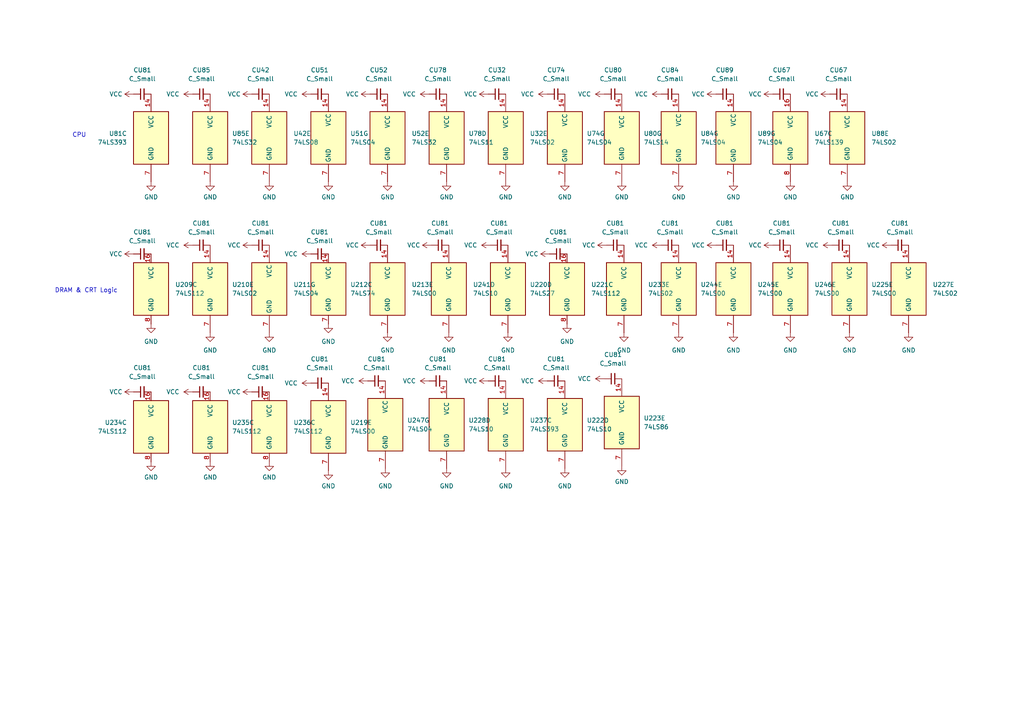
<source format=kicad_sch>
(kicad_sch (version 20230121) (generator eeschema)
  (paper "A4")
  (title_block (title "IC Power") (date "2023-12-06") (rev "1") (company "Apricot") (comment 1 "Edit: Alessio Iodice"))
  (lib_symbols
    (symbol "74xx:74LS00" (pin_names (offset 1.016))
      (property "Reference" "U" (at 0 1.27 0))
      (property "Value" "74LS00" (at 0 -1.27 0))
      (symbol "74LS00_1_1"
        (pin input line (at -7.62 2.54 0) (length 3.81) (name "~") (number "1"))
        (pin input line (at -7.62 -2.54 0) (length 3.81) (name "~") (number "2"))
        (pin output inverted (at 7.62 0 180) (length 3.81) (name "~") (number "3"))
      )
      (symbol "74LS00_1_2"
        (pin input inverted (at -7.62 2.54 0) (length 4.318) (name "~") (number "1"))
        (pin input inverted (at -7.62 -2.54 0) (length 4.318) (name "~") (number "2"))
        (pin output line (at 7.62 0 180) (length 3.81) (name "~") (number "3"))
      )
      (symbol "74LS00_2_1"
        (pin input line (at -7.62 2.54 0) (length 3.81) (name "~") (number "4"))
        (pin input line (at -7.62 -2.54 0) (length 3.81) (name "~") (number "5"))
        (pin output inverted (at 7.62 0 180) (length 3.81) (name "~") (number "6"))
      )
      (symbol "74LS00_2_2"
        (pin input inverted (at -7.62 2.54 0) (length 4.318) (name "~") (number "4"))
        (pin input inverted (at -7.62 -2.54 0) (length 4.318) (name "~") (number "5"))
        (pin output line (at 7.62 0 180) (length 3.81) (name "~") (number "6"))
      )
      (symbol "74LS00_3_1"
        (pin input line (at -7.62 -2.54 0) (length 3.81) (name "~") (number "10"))
        (pin output inverted (at 7.62 0 180) (length 3.81) (name "~") (number "8"))
        (pin input line (at -7.62 2.54 0) (length 3.81) (name "~") (number "9"))
      )
      (symbol "74LS00_3_2"
        (pin input inverted (at -7.62 -2.54 0) (length 4.318) (name "~") (number "10"))
        (pin output line (at 7.62 0 180) (length 3.81) (name "~") (number "8"))
        (pin input inverted (at -7.62 2.54 0) (length 4.318) (name "~") (number "9"))
      )
      (symbol "74LS00_4_1"
        (pin output inverted (at 7.62 0 180) (length 3.81) (name "~") (number "11"))
        (pin input line (at -7.62 2.54 0) (length 3.81) (name "~") (number "12"))
        (pin input line (at -7.62 -2.54 0) (length 3.81) (name "~") (number "13"))
      )
      (symbol "74LS00_4_2"
        (pin output line (at 7.62 0 180) (length 3.81) (name "~") (number "11"))
        (pin input inverted (at -7.62 2.54 0) (length 4.318) (name "~") (number "12"))
        (pin input inverted (at -7.62 -2.54 0) (length 4.318) (name "~") (number "13"))
      )
      (symbol "74LS00_5_0"
        (pin power_in line (at 0 12.7 270) (length 5.08) (name "VCC") (number "14"))
        (pin power_in line (at 0 -12.7 90) (length 5.08) (name "GND") (number "7"))
      )
    )
    (symbol "74xx:74LS02" (pin_names (offset 1.016))
      (property "Reference" "U" (at 0 1.27 0))
      (property "Value" "74LS02" (at 0 -1.27 0))
      (symbol "74LS02_1_1"
        (pin output inverted (at 7.62 0 180) (length 3.81) (name "~") (number "1"))
        (pin input line (at -7.62 2.54 0) (length 4.318) (name "~") (number "2"))
        (pin input line (at -7.62 -2.54 0) (length 4.318) (name "~") (number "3"))
      )
      (symbol "74LS02_1_2"
        (pin output line (at 7.62 0 180) (length 3.81) (name "~") (number "1"))
        (pin input inverted (at -7.62 2.54 0) (length 3.81) (name "~") (number "2"))
        (pin input inverted (at -7.62 -2.54 0) (length 3.81) (name "~") (number "3"))
      )
      (symbol "74LS02_2_1"
        (pin output inverted (at 7.62 0 180) (length 3.81) (name "~") (number "4"))
        (pin input line (at -7.62 2.54 0) (length 4.318) (name "~") (number "5"))
        (pin input line (at -7.62 -2.54 0) (length 4.318) (name "~") (number "6"))
      )
      (symbol "74LS02_2_2"
        (pin output line (at 7.62 0 180) (length 3.81) (name "~") (number "4"))
        (pin input inverted (at -7.62 2.54 0) (length 3.81) (name "~") (number "5"))
        (pin input inverted (at -7.62 -2.54 0) (length 3.81) (name "~") (number "6"))
      )
      (symbol "74LS02_3_1"
        (pin output inverted (at 7.62 0 180) (length 3.81) (name "~") (number "10"))
        (pin input line (at -7.62 2.54 0) (length 4.318) (name "~") (number "8"))
        (pin input line (at -7.62 -2.54 0) (length 4.318) (name "~") (number "9"))
      )
      (symbol "74LS02_3_2"
        (pin output line (at 7.62 0 180) (length 3.81) (name "~") (number "10"))
        (pin input inverted (at -7.62 2.54 0) (length 3.81) (name "~") (number "8"))
        (pin input inverted (at -7.62 -2.54 0) (length 3.81) (name "~") (number "9"))
      )
      (symbol "74LS02_4_1"
        (pin input line (at -7.62 2.54 0) (length 4.318) (name "~") (number "11"))
        (pin input line (at -7.62 -2.54 0) (length 4.318) (name "~") (number "12"))
        (pin output inverted (at 7.62 0 180) (length 3.81) (name "~") (number "13"))
      )
      (symbol "74LS02_4_2"
        (pin input inverted (at -7.62 2.54 0) (length 3.81) (name "~") (number "11"))
        (pin input inverted (at -7.62 -2.54 0) (length 3.81) (name "~") (number "12"))
        (pin output line (at 7.62 0 180) (length 3.81) (name "~") (number "13"))
      )
      (symbol "74LS02_5_0"
        (pin power_in line (at 0 12.7 270) (length 5.08) (name "VCC") (number "14"))
        (pin power_in line (at 0 -12.7 90) (length 5.08) (name "GND") (number "7"))
      )
    )
    (symbol "74xx:74LS04"
      (property "Reference" "U" (at 0 1.27 0))
      (property "Value" "74LS04" (at 0 -1.27 0))
      (symbol "74LS04_1_0"
        (pin input line (at -7.62 0 0) (length 3.81) (name "~") (number "1"))
        (pin output inverted (at 7.62 0 180) (length 3.81) (name "~") (number "2"))
      )
      (symbol "74LS04_2_0"
        (pin input line (at -7.62 0 0) (length 3.81) (name "~") (number "3"))
        (pin output inverted (at 7.62 0 180) (length 3.81) (name "~") (number "4"))
      )
      (symbol "74LS04_3_0"
        (pin input line (at -7.62 0 0) (length 3.81) (name "~") (number "5"))
        (pin output inverted (at 7.62 0 180) (length 3.81) (name "~") (number "6"))
      )
      (symbol "74LS04_4_0"
        (pin output inverted (at 7.62 0 180) (length 3.81) (name "~") (number "8"))
        (pin input line (at -7.62 0 0) (length 3.81) (name "~") (number "9"))
      )
      (symbol "74LS04_5_0"
        (pin output inverted (at 7.62 0 180) (length 3.81) (name "~") (number "10"))
        (pin input line (at -7.62 0 0) (length 3.81) (name "~") (number "11"))
      )
      (symbol "74LS04_6_0"
        (pin output inverted (at 7.62 0 180) (length 3.81) (name "~") (number "12"))
        (pin input line (at -7.62 0 0) (length 3.81) (name "~") (number "13"))
      )
      (symbol "74LS04_7_0"
        (pin power_in line (at 0 12.7 270) (length 5.08) (name "VCC") (number "14"))
        (pin power_in line (at 0 -12.7 90) (length 5.08) (name "GND") (number "7"))
      )
    )
    (symbol "74xx:74LS08" (pin_names (offset 1.016))
      (property "Reference" "U" (at 0 1.27 0))
      (property "Value" "74LS08" (at 0 -1.27 0))
      (symbol "74LS08_1_1"
        (pin input line (at -7.62 2.54 0) (length 3.81) (name "~") (number "1"))
        (pin input line (at -7.62 -2.54 0) (length 3.81) (name "~") (number "2"))
        (pin output line (at 7.62 0 180) (length 3.81) (name "~") (number "3"))
      )
      (symbol "74LS08_1_2"
        (pin input inverted (at -7.62 2.54 0) (length 4.318) (name "~") (number "1"))
        (pin input inverted (at -7.62 -2.54 0) (length 4.318) (name "~") (number "2"))
        (pin output inverted (at 7.62 0 180) (length 3.81) (name "~") (number "3"))
      )
      (symbol "74LS08_2_1"
        (pin input line (at -7.62 2.54 0) (length 3.81) (name "~") (number "4"))
        (pin input line (at -7.62 -2.54 0) (length 3.81) (name "~") (number "5"))
        (pin output line (at 7.62 0 180) (length 3.81) (name "~") (number "6"))
      )
      (symbol "74LS08_2_2"
        (pin input inverted (at -7.62 2.54 0) (length 4.318) (name "~") (number "4"))
        (pin input inverted (at -7.62 -2.54 0) (length 4.318) (name "~") (number "5"))
        (pin output inverted (at 7.62 0 180) (length 3.81) (name "~") (number "6"))
      )
      (symbol "74LS08_3_1"
        (pin input line (at -7.62 -2.54 0) (length 3.81) (name "~") (number "10"))
        (pin output line (at 7.62 0 180) (length 3.81) (name "~") (number "8"))
        (pin input line (at -7.62 2.54 0) (length 3.81) (name "~") (number "9"))
      )
      (symbol "74LS08_3_2"
        (pin input inverted (at -7.62 -2.54 0) (length 4.318) (name "~") (number "10"))
        (pin output inverted (at 7.62 0 180) (length 3.81) (name "~") (number "8"))
        (pin input inverted (at -7.62 2.54 0) (length 4.318) (name "~") (number "9"))
      )
      (symbol "74LS08_4_1"
        (pin output line (at 7.62 0 180) (length 3.81) (name "~") (number "11"))
        (pin input line (at -7.62 2.54 0) (length 3.81) (name "~") (number "12"))
        (pin input line (at -7.62 -2.54 0) (length 3.81) (name "~") (number "13"))
      )
      (symbol "74LS08_4_2"
        (pin output inverted (at 7.62 0 180) (length 3.81) (name "~") (number "11"))
        (pin input inverted (at -7.62 2.54 0) (length 4.318) (name "~") (number "12"))
        (pin input inverted (at -7.62 -2.54 0) (length 4.318) (name "~") (number "13"))
      )
      (symbol "74LS08_5_0"
        (pin power_in line (at 0 12.7 270) (length 5.08) (name "VCC") (number "14"))
        (pin power_in line (at 0 -12.7 90) (length 5.08) (name "GND") (number "7"))
      )
    )
    (symbol "74xx:74LS10" (pin_names (offset 1.016))
      (property "Reference" "U" (at 0 1.27 0))
      (property "Value" "74LS10" (at 0 -1.27 0))
      (symbol "74LS10_1_1"
        (pin input line (at -7.62 2.54 0) (length 3.81) (name "~") (number "1"))
        (pin output inverted (at 7.62 0 180) (length 3.81) (name "~") (number "12"))
        (pin input line (at -7.62 -2.54 0) (length 3.81) (name "~") (number "13"))
        (pin input line (at -7.62 0 0) (length 3.81) (name "~") (number "2"))
      )
      (symbol "74LS10_1_2"
        (pin input inverted (at -7.62 2.54 0) (length 4.318) (name "~") (number "1"))
        (pin output line (at 7.62 0 180) (length 3.81) (name "~") (number "12"))
        (pin input inverted (at -7.62 -2.54 0) (length 4.318) (name "~") (number "13"))
        (pin input inverted (at -7.62 0 0) (length 4.953) (name "~") (number "2"))
      )
      (symbol "74LS10_2_1"
        (pin input line (at -7.62 2.54 0) (length 3.81) (name "~") (number "3"))
        (pin input line (at -7.62 0 0) (length 3.81) (name "~") (number "4"))
        (pin input line (at -7.62 -2.54 0) (length 3.81) (name "~") (number "5"))
        (pin output inverted (at 7.62 0 180) (length 3.81) (name "~") (number "6"))
      )
      (symbol "74LS10_2_2"
        (pin input inverted (at -7.62 2.54 0) (length 4.318) (name "~") (number "3"))
        (pin input inverted (at -7.62 0 0) (length 4.953) (name "~") (number "4"))
        (pin input inverted (at -7.62 -2.54 0) (length 4.318) (name "~") (number "5"))
        (pin output line (at 7.62 0 180) (length 3.81) (name "~") (number "6"))
      )
      (symbol "74LS10_3_1"
        (pin input line (at -7.62 0 0) (length 3.81) (name "~") (number "10"))
        (pin input line (at -7.62 -2.54 0) (length 3.81) (name "~") (number "11"))
        (pin output inverted (at 7.62 0 180) (length 3.81) (name "~") (number "8"))
        (pin input line (at -7.62 2.54 0) (length 3.81) (name "~") (number "9"))
      )
      (symbol "74LS10_3_2"
        (pin input inverted (at -7.62 0 0) (length 4.953) (name "~") (number "10"))
        (pin input inverted (at -7.62 -2.54 0) (length 4.318) (name "~") (number "11"))
        (pin output line (at 7.62 0 180) (length 3.81) (name "~") (number "8"))
        (pin input inverted (at -7.62 2.54 0) (length 4.318) (name "~") (number "9"))
      )
      (symbol "74LS10_4_0"
        (pin power_in line (at 0 12.7 270) (length 5.08) (name "VCC") (number "14"))
        (pin power_in line (at 0 -12.7 90) (length 5.08) (name "GND") (number "7"))
      )
    )
    (symbol "74xx:74LS11" (pin_names (offset 1.016))
      (property "Reference" "U" (at 0 1.27 0))
      (property "Value" "74LS11" (at 0 -1.27 0))
      (symbol "74LS11_1_1"
        (pin input line (at -7.62 2.54 0) (length 3.81) (name "~") (number "1"))
        (pin output line (at 7.62 0 180) (length 3.81) (name "~") (number "12"))
        (pin input line (at -7.62 -2.54 0) (length 3.81) (name "~") (number "13"))
        (pin input line (at -7.62 0 0) (length 3.81) (name "~") (number "2"))
      )
      (symbol "74LS11_1_2"
        (pin input inverted (at -7.62 2.54 0) (length 4.318) (name "~") (number "1"))
        (pin output inverted (at 7.62 0 180) (length 3.81) (name "~") (number "12"))
        (pin input inverted (at -7.62 -2.54 0) (length 4.318) (name "~") (number "13"))
        (pin input inverted (at -7.62 0 0) (length 4.953) (name "~") (number "2"))
      )
      (symbol "74LS11_2_1"
        (pin input line (at -7.62 2.54 0) (length 3.81) (name "~") (number "3"))
        (pin input line (at -7.62 0 0) (length 3.81) (name "~") (number "4"))
        (pin input line (at -7.62 -2.54 0) (length 3.81) (name "~") (number "5"))
        (pin output line (at 7.62 0 180) (length 3.81) (name "~") (number "6"))
      )
      (symbol "74LS11_2_2"
        (pin input inverted (at -7.62 2.54 0) (length 4.318) (name "~") (number "3"))
        (pin input inverted (at -7.62 0 0) (length 4.953) (name "~") (number "4"))
        (pin input inverted (at -7.62 -2.54 0) (length 4.318) (name "~") (number "5"))
        (pin output inverted (at 7.62 0 180) (length 3.81) (name "~") (number "6"))
      )
      (symbol "74LS11_3_1"
        (pin input line (at -7.62 0 0) (length 3.81) (name "~") (number "10"))
        (pin input line (at -7.62 -2.54 0) (length 3.81) (name "~") (number "11"))
        (pin output line (at 7.62 0 180) (length 3.81) (name "~") (number "8"))
        (pin input line (at -7.62 2.54 0) (length 3.81) (name "~") (number "9"))
      )
      (symbol "74LS11_3_2"
        (pin input inverted (at -7.62 0 0) (length 4.953) (name "~") (number "10"))
        (pin input inverted (at -7.62 -2.54 0) (length 4.318) (name "~") (number "11"))
        (pin output inverted (at 7.62 0 180) (length 3.81) (name "~") (number "8"))
        (pin input inverted (at -7.62 2.54 0) (length 4.318) (name "~") (number "9"))
      )
      (symbol "74LS11_4_0"
        (pin power_in line (at 0 12.7 270) (length 5.08) (name "VCC") (number "14"))
        (pin power_in line (at 0 -12.7 90) (length 5.08) (name "GND") (number "7"))
      )
    )
    (symbol "74xx:74LS112" (pin_names (offset 1.016))
      (property "Reference" "U" (at -7.62 8.89 0))
      (property "Value" "74LS112" (at -7.62 -8.89 0))
      (symbol "74LS112_1_0"
        (pin input clock (at -7.62 0 0) (length 2.54) (name "C") (number "1"))
        (pin input line (at 0 -7.62 90) (length 2.54) (name "~{R}") (number "15"))
        (pin input line (at -7.62 -2.54 0) (length 2.54) (name "K") (number "2"))
        (pin input line (at -7.62 2.54 0) (length 2.54) (name "J") (number "3"))
        (pin input line (at 0 7.62 270) (length 2.54) (name "~{S}") (number "4"))
        (pin output line (at 7.62 2.54 180) (length 2.54) (name "Q") (number "5"))
        (pin output line (at 7.62 -2.54 180) (length 2.54) (name "~{Q}") (number "6"))
      )
      (symbol "74LS112_2_0"
        (pin input line (at 0 7.62 270) (length 2.54) (name "~{S}") (number "10"))
        (pin input line (at -7.62 2.54 0) (length 2.54) (name "J") (number "11"))
        (pin input line (at -7.62 -2.54 0) (length 2.54) (name "K") (number "12"))
        (pin input clock (at -7.62 0 0) (length 2.54) (name "C") (number "13"))
        (pin input line (at 0 -7.62 90) (length 2.54) (name "~{R}") (number "14"))
        (pin output line (at 7.62 -2.54 180) (length 2.54) (name "~{Q}") (number "7"))
        (pin output line (at 7.62 2.54 180) (length 2.54) (name "Q") (number "9"))
      )
      (symbol "74LS112_3_0"
        (pin power_in line (at 0 10.16 270) (length 2.54) (name "VCC") (number "16"))
        (pin power_in line (at 0 -10.16 90) (length 2.54) (name "GND") (number "8"))
      )
    )
    (symbol "74xx:74LS139" (pin_names (offset 1.016))
      (property "Reference" "U" (at -7.62 8.89 0))
      (property "Value" "74LS139" (at -7.62 -8.89 0))
      (symbol "74LS139_1_0"
        (pin input inverted (at -12.7 -5.08 0) (length 5.08) (name "E") (number "1"))
        (pin input line (at -12.7 0 0) (length 5.08) (name "A0") (number "2"))
        (pin input line (at -12.7 2.54 0) (length 5.08) (name "A1") (number "3"))
        (pin output inverted (at 12.7 2.54 180) (length 5.08) (name "O0") (number "4"))
        (pin output inverted (at 12.7 0 180) (length 5.08) (name "O1") (number "5"))
        (pin output inverted (at 12.7 -2.54 180) (length 5.08) (name "O2") (number "6"))
        (pin output inverted (at 12.7 -5.08 180) (length 5.08) (name "O3") (number "7"))
      )
      (symbol "74LS139_2_0"
        (pin output inverted (at 12.7 -2.54 180) (length 5.08) (name "O2") (number "10"))
        (pin output inverted (at 12.7 0 180) (length 5.08) (name "O1") (number "11"))
        (pin output inverted (at 12.7 2.54 180) (length 5.08) (name "O0") (number "12"))
        (pin input line (at -12.7 2.54 0) (length 5.08) (name "A1") (number "13"))
        (pin input line (at -12.7 0 0) (length 5.08) (name "A0") (number "14"))
        (pin input inverted (at -12.7 -5.08 0) (length 5.08) (name "E") (number "15"))
        (pin output inverted (at 12.7 -5.08 180) (length 5.08) (name "O3") (number "9"))
      )
      (symbol "74LS139_3_0"
        (pin power_in line (at 0 12.7 270) (length 5.08) (name "VCC") (number "16"))
        (pin power_in line (at 0 -12.7 90) (length 5.08) (name "GND") (number "8"))
      )
    )
    (symbol "74xx:74LS14" (pin_names (offset 1.016))
      (property "Reference" "U" (at 0 1.27 0))
      (property "Value" "74LS14" (at 0 -1.27 0))
      (symbol "74LS14_1_0"
        (pin input line (at -7.62 0 0) (length 3.81) (name "~") (number "1"))
        (pin output inverted (at 7.62 0 180) (length 3.81) (name "~") (number "2"))
      )
      (symbol "74LS14_2_0"
        (pin input line (at -7.62 0 0) (length 3.81) (name "~") (number "3"))
        (pin output inverted (at 7.62 0 180) (length 3.81) (name "~") (number "4"))
      )
      (symbol "74LS14_3_0"
        (pin input line (at -7.62 0 0) (length 3.81) (name "~") (number "5"))
        (pin output inverted (at 7.62 0 180) (length 3.81) (name "~") (number "6"))
      )
      (symbol "74LS14_4_0"
        (pin output inverted (at 7.62 0 180) (length 3.81) (name "~") (number "8"))
        (pin input line (at -7.62 0 0) (length 3.81) (name "~") (number "9"))
      )
      (symbol "74LS14_5_0"
        (pin output inverted (at 7.62 0 180) (length 3.81) (name "~") (number "10"))
        (pin input line (at -7.62 0 0) (length 3.81) (name "~") (number "11"))
      )
      (symbol "74LS14_6_0"
        (pin output inverted (at 7.62 0 180) (length 3.81) (name "~") (number "12"))
        (pin input line (at -7.62 0 0) (length 3.81) (name "~") (number "13"))
      )
      (symbol "74LS14_7_0"
        (pin power_in line (at 0 12.7 270) (length 5.08) (name "VCC") (number "14"))
        (pin power_in line (at 0 -12.7 90) (length 5.08) (name "GND") (number "7"))
      )
    )
    (symbol "74xx:74LS27" (pin_names (offset 1.016))
      (property "Reference" "U" (at 0 1.27 0))
      (property "Value" "74LS27" (at 0 -1.27 0))
      (symbol "74LS27_1_1"
        (pin input line (at -7.62 2.54 0) (length 4.318) (name "~") (number "1"))
        (pin output inverted (at 7.62 0 180) (length 3.81) (name "~") (number "12"))
        (pin input line (at -7.62 -2.54 0) (length 4.318) (name "~") (number "13"))
        (pin input line (at -7.62 0 0) (length 4.953) (name "~") (number "2"))
      )
      (symbol "74LS27_1_2"
        (pin input inverted (at -7.62 2.54 0) (length 3.81) (name "~") (number "1"))
        (pin output line (at 7.62 0 180) (length 3.81) (name "~") (number "12"))
        (pin input inverted (at -7.62 -2.54 0) (length 3.81) (name "~") (number "13"))
        (pin input inverted (at -7.62 0 0) (length 3.81) (name "~") (number "2"))
      )
      (symbol "74LS27_2_1"
        (pin input line (at -7.62 2.54 0) (length 4.318) (name "~") (number "3"))
        (pin input line (at -7.62 0 0) (length 4.953) (name "~") (number "4"))
        (pin input line (at -7.62 -2.54 0) (length 4.318) (name "~") (number "5"))
        (pin output inverted (at 7.62 0 180) (length 3.81) (name "~") (number "6"))
      )
      (symbol "74LS27_2_2"
        (pin input inverted (at -7.62 2.54 0) (length 3.81) (name "~") (number "3"))
        (pin input inverted (at -7.62 0 0) (length 3.81) (name "~") (number "4"))
        (pin input inverted (at -7.62 -2.54 0) (length 3.81) (name "~") (number "5"))
        (pin output line (at 7.62 0 180) (length 3.81) (name "~") (number "6"))
      )
      (symbol "74LS27_3_1"
        (pin input line (at -7.62 0 0) (length 4.953) (name "~") (number "10"))
        (pin input line (at -7.62 -2.54 0) (length 4.318) (name "~") (number "11"))
        (pin output inverted (at 7.62 0 180) (length 3.81) (name "~") (number "8"))
        (pin input line (at -7.62 2.54 0) (length 4.318) (name "~") (number "9"))
      )
      (symbol "74LS27_3_2"
        (pin input inverted (at -7.62 0 0) (length 3.81) (name "~") (number "10"))
        (pin input inverted (at -7.62 -2.54 0) (length 3.81) (name "~") (number "11"))
        (pin output line (at 7.62 0 180) (length 3.81) (name "~") (number "8"))
        (pin input inverted (at -7.62 2.54 0) (length 3.81) (name "~") (number "9"))
      )
      (symbol "74LS27_4_0"
        (pin power_in line (at 0 12.7 270) (length 5.08) (name "VCC") (number "14"))
        (pin power_in line (at 0 -12.7 90) (length 5.08) (name "GND") (number "7"))
      )
    )
    (symbol "74xx:74LS32" (pin_names (offset 1.016))
      (property "Reference" "U" (at 0 1.27 0))
      (property "Value" "74LS32" (at 0 -1.27 0))
      (symbol "74LS32_1_1"
        (pin input line (at -7.62 2.54 0) (length 4.318) (name "~") (number "1"))
        (pin input line (at -7.62 -2.54 0) (length 4.318) (name "~") (number "2"))
        (pin output line (at 7.62 0 180) (length 3.81) (name "~") (number "3"))
      )
      (symbol "74LS32_1_2"
        (pin input inverted (at -7.62 2.54 0) (length 3.81) (name "~") (number "1"))
        (pin input inverted (at -7.62 -2.54 0) (length 3.81) (name "~") (number "2"))
        (pin output inverted (at 7.62 0 180) (length 3.81) (name "~") (number "3"))
      )
      (symbol "74LS32_2_1"
        (pin input line (at -7.62 2.54 0) (length 4.318) (name "~") (number "4"))
        (pin input line (at -7.62 -2.54 0) (length 4.318) (name "~") (number "5"))
        (pin output line (at 7.62 0 180) (length 3.81) (name "~") (number "6"))
      )
      (symbol "74LS32_2_2"
        (pin input inverted (at -7.62 2.54 0) (length 3.81) (name "~") (number "4"))
        (pin input inverted (at -7.62 -2.54 0) (length 3.81) (name "~") (number "5"))
        (pin output inverted (at 7.62 0 180) (length 3.81) (name "~") (number "6"))
      )
      (symbol "74LS32_3_1"
        (pin input line (at -7.62 -2.54 0) (length 4.318) (name "~") (number "10"))
        (pin output line (at 7.62 0 180) (length 3.81) (name "~") (number "8"))
        (pin input line (at -7.62 2.54 0) (length 4.318) (name "~") (number "9"))
      )
      (symbol "74LS32_3_2"
        (pin input inverted (at -7.62 -2.54 0) (length 3.81) (name "~") (number "10"))
        (pin output inverted (at 7.62 0 180) (length 3.81) (name "~") (number "8"))
        (pin input inverted (at -7.62 2.54 0) (length 3.81) (name "~") (number "9"))
      )
      (symbol "74LS32_4_1"
        (pin output line (at 7.62 0 180) (length 3.81) (name "~") (number "11"))
        (pin input line (at -7.62 2.54 0) (length 4.318) (name "~") (number "12"))
        (pin input line (at -7.62 -2.54 0) (length 4.318) (name "~") (number "13"))
      )
      (symbol "74LS32_4_2"
        (pin output inverted (at 7.62 0 180) (length 3.81) (name "~") (number "11"))
        (pin input inverted (at -7.62 2.54 0) (length 3.81) (name "~") (number "12"))
        (pin input inverted (at -7.62 -2.54 0) (length 3.81) (name "~") (number "13"))
      )
      (symbol "74LS32_5_0"
        (pin power_in line (at 0 12.7 270) (length 5.08) (name "VCC") (number "14"))
        (pin power_in line (at 0 -12.7 90) (length 5.08) (name "GND") (number "7"))
      )
    )
    (symbol "74xx:74LS393" (pin_names (offset 1.016))
      (property "Reference" "U" (at -7.62 8.89 0))
      (property "Value" "74LS393" (at -7.62 -8.89 0))
      (symbol "74LS393_1_0"
        (pin input clock (at -12.7 2.54 0) (length 5.08) (name "CP") (number "1"))
        (pin input line (at -12.7 -5.08 0) (length 5.08) (name "MR") (number "2"))
        (pin output line (at 12.7 2.54 180) (length 5.08) (name "Q0") (number "3"))
        (pin output line (at 12.7 0 180) (length 5.08) (name "Q1") (number "4"))
        (pin output line (at 12.7 -2.54 180) (length 5.08) (name "Q2") (number "5"))
        (pin output line (at 12.7 -5.08 180) (length 5.08) (name "Q3") (number "6"))
      )
      (symbol "74LS393_2_0"
        (pin output line (at 12.7 0 180) (length 5.08) (name "Q1") (number "10"))
        (pin output line (at 12.7 2.54 180) (length 5.08) (name "Q0") (number "11"))
        (pin input line (at -12.7 -5.08 0) (length 5.08) (name "MR") (number "12"))
        (pin input clock (at -12.7 2.54 0) (length 5.08) (name "CP") (number "13"))
        (pin output line (at 12.7 -5.08 180) (length 5.08) (name "Q3") (number "8"))
        (pin output line (at 12.7 -2.54 180) (length 5.08) (name "Q2") (number "9"))
      )
      (symbol "74LS393_3_0"
        (pin power_in line (at 0 12.7 270) (length 5.08) (name "VCC") (number "14"))
        (pin power_in line (at 0 -12.7 90) (length 5.08) (name "GND") (number "7"))
      )
    )
    (symbol "74xx:74LS74" (pin_names (offset 1.016))
      (property "Reference" "U" (at -7.62 8.89 0))
      (property "Value" "74LS74" (at -7.62 -8.89 0))
      (symbol "74LS74_1_0"
        (pin input line (at 0 -7.62 90) (length 2.54) (name "~{R}") (number "1"))
        (pin input line (at -7.62 2.54 0) (length 2.54) (name "D") (number "2"))
        (pin input clock (at -7.62 0 0) (length 2.54) (name "C") (number "3"))
        (pin input line (at 0 7.62 270) (length 2.54) (name "~{S}") (number "4"))
        (pin output line (at 7.62 2.54 180) (length 2.54) (name "Q") (number "5"))
        (pin output line (at 7.62 -2.54 180) (length 2.54) (name "~{Q}") (number "6"))
      )
      (symbol "74LS74_2_0"
        (pin input line (at 0 7.62 270) (length 2.54) (name "~{S}") (number "10"))
        (pin input clock (at -7.62 0 0) (length 2.54) (name "C") (number "11"))
        (pin input line (at -7.62 2.54 0) (length 2.54) (name "D") (number "12"))
        (pin input line (at 0 -7.62 90) (length 2.54) (name "~{R}") (number "13"))
        (pin output line (at 7.62 -2.54 180) (length 2.54) (name "~{Q}") (number "8"))
        (pin output line (at 7.62 2.54 180) (length 2.54) (name "Q") (number "9"))
      )
      (symbol "74LS74_3_0"
        (pin power_in line (at 0 10.16 270) (length 2.54) (name "VCC") (number "14"))
        (pin power_in line (at 0 -10.16 90) (length 2.54) (name "GND") (number "7"))
      )
    )
    (symbol "74xx:74LS86" (pin_names (offset 1.016))
      (property "Reference" "U" (at 0 1.27 0))
      (property "Value" "74LS86" (at 0 -1.27 0))
      (symbol "74LS86_1_0"
        (pin input line (at -7.62 2.54 0) (length 4.445) (name "~") (number "1"))
        (pin input line (at -7.62 -2.54 0) (length 4.445) (name "~") (number "2"))
        (pin output line (at 7.62 0 180) (length 3.81) (name "~") (number "3"))
      )
      (symbol "74LS86_2_0"
        (pin input line (at -7.62 2.54 0) (length 4.445) (name "~") (number "4"))
        (pin input line (at -7.62 -2.54 0) (length 4.445) (name "~") (number "5"))
        (pin output line (at 7.62 0 180) (length 3.81) (name "~") (number "6"))
      )
      (symbol "74LS86_3_0"
        (pin input line (at -7.62 -2.54 0) (length 4.445) (name "~") (number "10"))
        (pin output line (at 7.62 0 180) (length 3.81) (name "~") (number "8"))
        (pin input line (at -7.62 2.54 0) (length 4.445) (name "~") (number "9"))
      )
      (symbol "74LS86_4_0"
        (pin output line (at 7.62 0 180) (length 3.81) (name "~") (number "11"))
        (pin input line (at -7.62 2.54 0) (length 4.445) (name "~") (number "12"))
        (pin input line (at -7.62 -2.54 0) (length 4.445) (name "~") (number "13"))
      )
      (symbol "74LS86_5_0"
        (pin power_in line (at 0 12.7 270) (length 5.08) (name "VCC") (number "14"))
        (pin power_in line (at 0 -12.7 90) (length 5.08) (name "GND") (number "7"))
      )
    )
    (symbol "Device:C_Small" (pin_numbers hide) (pin_names (offset 0.254) hide)
      (property "Reference" "C" (at 0.254 1.778 0))
      (property "Value" "C_Small" (at 0.254 -2.032 0))
      (symbol "C_Small_1_1"
        (pin passive line (at 0 2.54 270) (length 2.032) (name "~") (number "1"))
        (pin passive line (at 0 -2.54 90) (length 2.032) (name "~") (number "2"))
      )
    )
    (symbol "power:GND" (power) (pin_names (offset 0))
      (property "Value" "GND" (at 0 -3.81 0))
      (symbol "GND_1_1"
        (pin power_in line (at 0 0 270) (length 0) hide (name "GND") (number "1"))
      )
    )
    (symbol "power:VCC" (power) (pin_names (offset 0))
      (property "Value" "VCC" (at 0 3.81 0))
      (symbol "VCC_1_1"
        (pin power_in line (at 0 0 90) (length 0) hide (name "VCC") (number "1"))
      )
    )
  )
  (text "DRAM & CRT Logic" (at 15.875 85.09 0) (effects (font (size 1.27 1.27)) (justify left bottom)))
  (text "CPU\n" (at 20.955 40.005 0) (effects (font (size 1.27 1.27)) (justify left bottom)))
  (symbol (lib_id "Device:C_Small") (at 144.145 110.49 90) (unit 1)
    (property "Reference" "CU81" (at 144.1513 104.14 90))
    (property "Value" "C_Small" (at 144.1513 106.68 90))
    (property "Footprint" "Capacitor_THT:C_Disc_D3.0mm_W1.6mm_P2.50mm" (effects hide))
    (instances (project "PC01" (path "" (reference "CU81") (unit 1)) (path "" (reference "CU237") (unit 1))))
  )
  (symbol (lib_id "power:VCC") (at 38.735 73.66 90) (unit 1)
    (property "Reference" "#PWR012" (effects hide))
    (property "Value" "VCC" (at 35.56 73.66 90) (effects (justify left)))
    (instances (project "PC01" (path "" (reference "#PWR012") (unit 1)) (path "" (reference "#PWR0160") (unit 1))))
  )
  (symbol (lib_id "Device:C_Small") (at 243.205 27.305 90) (unit 1)
    (property "Reference" "CU67" (at 243.2113 20.32 90))
    (property "Value" "C_Small" (at 243.2113 22.86 90))
    (property "Footprint" "Capacitor_THT:C_Disc_D3.0mm_W1.6mm_P2.50mm" (effects hide))
    (instances (project "PC01" (path "" (reference "CU67") (unit 1)) (path "" (reference "CU88") (unit 1))))
  )
  (symbol (lib_id "Device:C_Small") (at 41.275 73.66 90) (unit 1)
    (property "Reference" "CU81" (at 41.2813 67.31 90))
    (property "Value" "C_Small" (at 41.2813 69.85 90))
    (property "Footprint" "Capacitor_THT:C_Disc_D3.0mm_W1.6mm_P2.50mm" (effects hide))
    (instances (project "PC01" (path "" (reference "CU81") (unit 1)) (path "" (reference "CU209") (unit 1))))
  )
  (symbol (lib_id "74xx:74LS32") (at 112.395 40.005 0) (unit 5)
    (property "Reference" "U52" (at 119.38 38.735 0) (effects (justify left)))
    (property "Value" "74LS32" (at 119.38 41.275 0) (effects (justify left)))
    (property "Footprint" "Package_DIP:DIP-14_W7.62mm" (effects hide))
    (property "Datasheet" "http://www.ti.com/lit/gpn/sn74LS32" (effects hide))
  )
  (symbol (lib_id "Device:C_Small") (at 127.635 71.12 90) (unit 1)
    (property "Reference" "CU81" (at 127.6413 64.77 90))
    (property "Value" "C_Small" (at 127.6413 67.31 90))
    (property "Footprint" "Capacitor_THT:C_Disc_D3.0mm_W1.6mm_P2.50mm" (effects hide))
    (instances (project "PC01" (path "" (reference "CU81") (unit 1)) (path "" (reference "CU241") (unit 1))))
  )
  (symbol (lib_id "power:GND") (at 111.76 135.89 0) (unit 1)
    (property "Reference" "#PWR054" (effects hide))
    (property "Value" "GND" (at 111.76 140.97 0))
    (instances (project "PC01" (path "" (reference "#PWR054") (unit 1)) (path "" (reference "#PWR0289") (unit 1))))
  )
  (symbol (lib_id "Device:C_Small") (at 243.84 71.12 90) (unit 1)
    (property "Reference" "CU81" (at 243.8463 64.77 90))
    (property "Value" "C_Small" (at 243.8463 67.31 90))
    (property "Footprint" "Capacitor_THT:C_Disc_D3.0mm_W1.6mm_P2.50mm" (effects hide))
    (instances (project "PC01" (path "" (reference "CU81") (unit 1)) (path "" (reference "CU225") (unit 1))))
  )
  (symbol (lib_id "power:VCC") (at 175.895 71.12 90) (unit 1)
    (property "Reference" "#PWR012" (effects hide))
    (property "Value" "VCC" (at 172.72 71.12 90) (effects (justify left)))
    (instances (project "PC01" (path "" (reference "#PWR012") (unit 1)) (path "" (reference "#PWR0210") (unit 1))))
  )
  (symbol (lib_id "power:VCC") (at 191.77 27.305 90) (unit 1)
    (property "Reference" "#PWR0106" (effects hide))
    (property "Value" "VCC" (at 187.96 27.305 90) (effects (justify left)))
  )
  (symbol (lib_id "power:VCC") (at 224.155 27.305 90) (unit 1)
    (property "Reference" "#PWR0110" (effects hide))
    (property "Value" "VCC" (at 220.98 27.305 90) (effects (justify left)))
  )
  (symbol (lib_id "Device:C_Small") (at 260.985 71.12 90) (unit 1)
    (property "Reference" "CU81" (at 260.9913 64.77 90))
    (property "Value" "C_Small" (at 260.9913 67.31 90))
    (property "Footprint" "Capacitor_THT:C_Disc_D3.0mm_W1.6mm_P2.50mm" (effects hide))
    (instances (project "PC01" (path "" (reference "CU81") (unit 1)) (path "" (reference "CU227") (unit 1))))
  )
  (symbol (lib_id "Device:C_Small") (at 109.22 110.49 90) (unit 1)
    (property "Reference" "CU81" (at 109.2263 104.14 90))
    (property "Value" "C_Small" (at 109.2263 106.68 90))
    (property "Footprint" "Capacitor_THT:C_Disc_D3.0mm_W1.6mm_P2.50mm" (effects hide))
    (instances (project "PC01" (path "" (reference "CU81") (unit 1)) (path "" (reference "CU247") (unit 1))))
  )
  (symbol (lib_id "Device:C_Small") (at 144.78 71.12 90) (unit 1)
    (property "Reference" "CU81" (at 144.7863 64.77 90))
    (property "Value" "C_Small" (at 144.7863 67.31 90))
    (property "Footprint" "Capacitor_THT:C_Disc_D3.0mm_W1.6mm_P2.50mm" (effects hide))
    (instances (project "PC01" (path "" (reference "CU81") (unit 1)) (path "" (reference "CU220") (unit 1))))
  )
  (symbol (lib_id "Device:C_Small") (at 178.435 71.12 90) (unit 1)
    (property "Reference" "CU81" (at 178.4413 64.77 90))
    (property "Value" "C_Small" (at 178.4413 67.31 90))
    (property "Footprint" "Capacitor_THT:C_Disc_D3.0mm_W1.6mm_P2.50mm" (effects hide))
    (instances (project "PC01" (path "" (reference "CU81") (unit 1)) (path "" (reference "CU233") (unit 1))))
  )
  (symbol (lib_id "74xx:74LS393") (at 43.815 40.005 0) (unit 3)
    (property "Reference" "U81" (at 36.83 38.735 0) (effects (justify right)))
    (property "Value" "74LS393" (at 36.83 41.275 0) (effects (justify right)))
    (property "Datasheet" "74xx\\74LS393.pdf" (effects hide))
  )
  (symbol (lib_id "power:VCC") (at 55.88 113.665 90) (unit 1)
    (property "Reference" "#PWR012" (effects hide))
    (property "Value" "VCC" (at 52.07 113.665 90) (effects (justify left)))
    (instances (project "PC01" (path "" (reference "#PWR012") (unit 1)) (path "" (reference "#PWR0200") (unit 1))))
  )
  (symbol (lib_id "Device:C_Small") (at 177.8 109.855 90) (unit 1)
    (property "Reference" "CU81" (at 177.8063 102.87 90))
    (property "Value" "C_Small" (at 177.8063 105.41 90))
    (property "Footprint" "Capacitor_THT:C_Disc_D3.0mm_W1.6mm_P2.50mm" (effects hide))
    (instances (project "PC01" (path "" (reference "CU81") (unit 1)) (path "" (reference "CU223") (unit 1))))
  )
  (symbol (lib_id "power:VCC") (at 73.025 27.305 90) (unit 1)
    (property "Reference" "#PWR018" (effects hide))
    (property "Value" "VCC" (at 69.85 27.305 90) (effects (justify left)))
    (instances (project "PC01" (path "" (reference "#PWR018") (unit 1)) (path "" (reference "#PWR053") (unit 1))))
  )
  (symbol (lib_id "power:GND") (at 245.745 52.705 0) (unit 1)
    (property "Reference" "#PWR0111" (effects hide))
    (property "Value" "GND" (at 245.745 57.15 0))
    (instances (project "PC01" (path "" (reference "#PWR0111") (unit 1)) (path "" (reference "#PWR0130") (unit 1))))
  )
  (symbol (lib_id "power:VCC") (at 124.46 110.49 90) (unit 1)
    (property "Reference" "#PWR012" (effects hide))
    (property "Value" "VCC" (at 120.65 110.49 90) (effects (justify left)))
    (instances (project "PC01" (path "" (reference "#PWR012") (unit 1)) (path "" (reference "#PWR0290") (unit 1))))
  )
  (symbol (lib_id "power:VCC") (at 175.26 109.855 90) (unit 1)
    (property "Reference" "#PWR012" (effects hide))
    (property "Value" "VCC" (at 171.45 109.855 90) (effects (justify left)))
    (instances (project "PC01" (path "" (reference "#PWR012") (unit 1)) (path "" (reference "#PWR0296") (unit 1))))
  )
  (symbol (lib_id "Device:C_Small") (at 161.29 110.49 90) (unit 1)
    (property "Reference" "CU81" (at 161.2963 104.14 90))
    (property "Value" "C_Small" (at 161.2963 106.68 90))
    (property "Footprint" "Capacitor_THT:C_Disc_D3.0mm_W1.6mm_P2.50mm" (effects hide))
    (instances (project "PC01" (path "" (reference "CU81") (unit 1)) (path "" (reference "CU222") (unit 1))))
  )
  (symbol (lib_id "Device:C_Small") (at 58.42 27.305 90) (unit 1)
    (property "Reference" "CU85" (at 58.4263 20.32 90))
    (property "Value" "C_Small" (at 58.4263 22.86 90))
    (property "Footprint" "Capacitor_THT:C_Disc_D3.0mm_W1.6mm_P2.50mm" (effects hide))
  )
  (symbol (lib_id "power:GND") (at 95.25 93.98 0) (unit 1)
    (property "Reference" "#PWR095" (effects hide))
    (property "Value" "GND" (at 95.25 99.06 0))
    (instances (project "PC01" (path "" (reference "#PWR095") (unit 1)) (path "" (reference "#PWR0158") (unit 1))))
  )
  (symbol (lib_id "74xx:74LS00") (at 196.85 83.82 0) (unit 5)
    (property "Reference" "U244" (at 203.2 82.55 0) (effects (justify left)))
    (property "Value" "74LS00" (at 203.2 85.09 0) (effects (justify left)))
    (property "Footprint" "Package_DIP:DIP-16_W7.62mm" (effects hide))
    (property "Datasheet" "http://www.ti.com/lit/gpn/sn74ls00" (effects hide))
  )
  (symbol (lib_id "74xx:74LS04") (at 95.25 40.005 0) (unit 7)
    (property "Reference" "U51" (at 101.6 38.735 0) (effects (justify left)))
    (property "Value" "74LS04" (at 101.6 41.275 0) (effects (justify left)))
    (property "Footprint" "Package_DIP:DIP-14_W7.62mm" (effects hide))
    (property "Datasheet" "http://www.ti.com/lit/gpn/sn74LS04" (effects hide))
  )
  (symbol (lib_id "74xx:74LS04") (at 78.105 83.82 0) (unit 7)
    (property "Reference" "U211" (at 85.09 82.55 0) (effects (justify left)))
    (property "Value" "74LS04" (at 85.09 85.09 0) (effects (justify left)))
    (property "Footprint" "Package_DIP:DIP-14_W7.62mm" (effects hide))
    (property "Datasheet" "http://www.ti.com/lit/gpn/sn74LS04" (effects hide))
  )
  (symbol (lib_id "Device:C_Small") (at 109.855 71.12 90) (unit 1)
    (property "Reference" "CU81" (at 109.8613 64.77 90))
    (property "Value" "C_Small" (at 109.8613 67.31 90))
    (property "Footprint" "Capacitor_THT:C_Disc_D3.0mm_W1.6mm_P2.50mm" (effects hide))
    (instances (project "PC01" (path "" (reference "CU81") (unit 1)) (path "" (reference "CU213") (unit 1))))
  )
  (symbol (lib_id "power:VCC") (at 141.605 27.305 90) (unit 1)
    (property "Reference" "#PWR0100" (effects hide))
    (property "Value" "VCC" (at 138.43 27.305 90) (effects (justify left)))
  )
  (symbol (lib_id "Device:C_Small") (at 92.71 27.305 90) (unit 1)
    (property "Reference" "CU51" (at 92.7163 20.32 90))
    (property "Value" "C_Small" (at 92.7163 22.86 90))
    (property "Footprint" "Capacitor_THT:C_Disc_D3.0mm_W1.6mm_P2.50mm" (effects hide))
  )
  (symbol (lib_id "74xx:74LS10") (at 163.83 123.19 0) (unit 4)
    (property "Reference" "U222" (at 170.18 121.92 0) (effects (justify left)))
    (property "Value" "74LS10" (at 170.18 124.46 0) (effects (justify left)))
    (property "Footprint" "Package_DIP:DIP-14_W7.62mm" (effects hide))
    (property "Datasheet" "http://www.ti.com/lit/gpn/sn74LS10" (effects hide))
  )
  (symbol (lib_id "power:GND") (at 163.83 52.705 0) (unit 1)
    (property "Reference" "#PWR0103" (effects hide))
    (property "Value" "GND" (at 163.83 57.15 0))
  )
  (symbol (lib_id "power:VCC") (at 73.025 113.665 90) (unit 1)
    (property "Reference" "#PWR012" (effects hide))
    (property "Value" "VCC" (at 69.85 113.665 90) (effects (justify left)))
    (instances (project "PC01" (path "" (reference "#PWR012") (unit 1)) (path "" (reference "#PWR0198") (unit 1))))
  )
  (symbol (lib_id "power:GND") (at 43.815 93.98 0) (unit 1)
    (property "Reference" "#PWR013" (effects hide))
    (property "Value" "GND" (at 43.815 99.06 0))
    (instances (project "PC01" (path "" (reference "#PWR013") (unit 1)) (path "" (reference "#PWR0155") (unit 1))))
  )
  (symbol (lib_id "power:GND") (at 180.34 52.705 0) (unit 1)
    (property "Reference" "#PWR0105" (effects hide))
    (property "Value" "GND" (at 180.34 57.15 0))
  )
  (symbol (lib_id "power:VCC") (at 90.17 111.125 90) (unit 1)
    (property "Reference" "#PWR012" (effects hide))
    (property "Value" "VCC" (at 86.36 111.125 90) (effects (justify left)))
    (instances (project "PC01" (path "" (reference "#PWR012") (unit 1)) (path "" (reference "#PWR0204") (unit 1))))
  )
  (symbol (lib_id "power:GND") (at 212.725 96.52 0) (unit 1)
    (property "Reference" "#PWR054" (effects hide))
    (property "Value" "GND" (at 212.725 101.6 0))
    (instances (project "PC01" (path "" (reference "#PWR054") (unit 1)) (path "" (reference "#PWR0215") (unit 1))))
  )
  (symbol (lib_id "Device:C_Small") (at 210.185 71.12 90) (unit 1)
    (property "Reference" "CU81" (at 210.1913 64.77 90))
    (property "Value" "C_Small" (at 210.1913 67.31 90))
    (property "Footprint" "Capacitor_THT:C_Disc_D3.0mm_W1.6mm_P2.50mm" (effects hide))
    (instances (project "PC01" (path "" (reference "CU81") (unit 1)) (path "" (reference "CU245") (unit 1))))
  )
  (symbol (lib_id "74xx:74LS04") (at 111.76 123.19 0) (unit 7)
    (property "Reference" "U247" (at 118.11 121.92 0) (effects (justify left)))
    (property "Value" "74LS04" (at 118.11 124.46 0) (effects (justify left)))
    (property "Footprint" "Package_DIP:DIP-14_W7.62mm" (effects hide))
    (property "Datasheet" "http://www.ti.com/lit/gpn/sn74LS04" (effects hide))
  )
  (symbol (lib_id "Device:C_Small") (at 75.565 71.12 90) (unit 1)
    (property "Reference" "CU81" (at 75.5713 64.77 90))
    (property "Value" "C_Small" (at 75.5713 67.31 90))
    (property "Footprint" "Capacitor_THT:C_Disc_D3.0mm_W1.6mm_P2.50mm" (effects hide))
    (instances (project "PC01" (path "" (reference "CU81") (unit 1)) (path "" (reference "CU211") (unit 1))))
  )
  (symbol (lib_id "Device:C_Small") (at 58.42 113.665 90) (unit 1)
    (property "Reference" "CU81" (at 58.4263 106.68 90))
    (property "Value" "C_Small" (at 58.4263 109.22 90))
    (property "Footprint" "Capacitor_THT:C_Disc_D3.0mm_W1.6mm_P2.50mm" (effects hide))
    (instances (project "PC01" (path "" (reference "CU81") (unit 1)) (path "" (reference "CU235") (unit 1))))
  )
  (symbol (lib_id "power:VCC") (at 159.385 73.66 90) (unit 1)
    (property "Reference" "#PWR012" (effects hide))
    (property "Value" "VCC" (at 156.21 73.66 90) (effects (justify left)))
    (instances (project "PC01" (path "" (reference "#PWR012") (unit 1)) (path "" (reference "#PWR0196") (unit 1))))
  )
  (symbol (lib_id "Device:C_Small") (at 127 27.305 90) (unit 1)
    (property "Reference" "CU78" (at 127.0063 20.32 90))
    (property "Value" "C_Small" (at 127.0063 22.86 90))
    (property "Footprint" "Capacitor_THT:C_Disc_D3.0mm_W1.6mm_P2.50mm" (effects hide))
  )
  (symbol (lib_id "power:VCC") (at 125.095 71.12 90) (unit 1)
    (property "Reference" "#PWR012" (effects hide))
    (property "Value" "VCC" (at 121.92 71.12 90) (effects (justify left)))
    (instances (project "PC01" (path "" (reference "#PWR012") (unit 1)) (path "" (reference "#PWR0206") (unit 1))))
  )
  (symbol (lib_id "Device:C_Small") (at 109.855 27.305 90) (unit 1)
    (property "Reference" "CU52" (at 109.8613 20.32 90))
    (property "Value" "C_Small" (at 109.8613 22.86 90))
    (property "Footprint" "Capacitor_THT:C_Disc_D3.0mm_W1.6mm_P2.50mm" (effects hide))
  )
  (symbol (lib_id "power:VCC") (at 38.735 27.305 90) (unit 1)
    (property "Reference" "#PWR012" (effects hide))
    (property "Value" "VCC" (at 35.56 27.305 90) (effects (justify left)))
  )
  (symbol (lib_id "74xx:74LS112") (at 60.96 123.825 0) (unit 3)
    (property "Reference" "U235" (at 67.31 122.555 0) (effects (justify left)))
    (property "Value" "74LS112" (at 67.31 125.095 0) (effects (justify left)))
    (property "Footprint" "Package_DIP:DIP-16_W7.62mm" (effects hide))
    (property "Datasheet" "http://www.ti.com/lit/gpn/sn74LS112" (effects hide))
  )
  (symbol (lib_id "power:GND") (at 196.85 52.705 0) (unit 1)
    (property "Reference" "#PWR0107" (effects hide))
    (property "Value" "GND" (at 196.85 57.15 0))
  )
  (symbol (lib_id "74xx:74LS00") (at 112.395 83.82 0) (unit 5)
    (property "Reference" "U213" (at 119.38 82.55 0) (effects (justify left)))
    (property "Value" "74LS00" (at 119.38 85.09 0) (effects (justify left)))
    (property "Footprint" "Package_DIP:DIP-14_W7.62mm" (effects hide))
    (property "Datasheet" "http://www.ti.com/lit/gpn/sn74ls00" (effects hide))
  )
  (symbol (lib_id "power:VCC") (at 175.26 27.305 90) (unit 1)
    (property "Reference" "#PWR0104" (effects hide))
    (property "Value" "VCC" (at 171.45 27.305 90) (effects (justify left)))
  )
  (symbol (lib_id "power:GND") (at 78.105 52.705 0) (unit 1)
    (property "Reference" "#PWR019" (effects hide))
    (property "Value" "GND" (at 78.105 57.15 0))
    (instances (project "PC01" (path "" (reference "#PWR019") (unit 1)) (path "" (reference "#PWR054") (unit 1))))
  )
  (symbol (lib_id "power:GND") (at 78.105 96.52 0) (unit 1)
    (property "Reference" "#PWR019" (effects hide))
    (property "Value" "GND" (at 78.105 101.6 0))
    (instances (project "PC01" (path "" (reference "#PWR019") (unit 1)) (path "" (reference "#PWR0157") (unit 1))))
  )
  (symbol (lib_id "power:GND") (at 43.815 133.985 0) (unit 1)
    (property "Reference" "#PWR013" (effects hide))
    (property "Value" "GND" (at 43.815 138.43 0))
    (instances (project "PC01" (path "" (reference "#PWR013") (unit 1)) (path "" (reference "#PWR0203") (unit 1))))
  )
  (symbol (lib_id "power:GND") (at 246.38 96.52 0) (unit 1)
    (property "Reference" "#PWR054" (effects hide))
    (property "Value" "GND" (at 246.38 101.6 0))
    (instances (project "PC01" (path "" (reference "#PWR054") (unit 1)) (path "" (reference "#PWR0219") (unit 1))))
  )
  (symbol (lib_id "74xx:74LS04") (at 196.85 40.005 0) (unit 7)
    (property "Reference" "U84" (at 203.2 38.735 0) (effects (justify left)))
    (property "Value" "74LS04" (at 203.2 41.275 0) (effects (justify left)))
    (property "Footprint" "Package_DIP:DIP-14_W7.62mm" (effects hide))
    (property "Datasheet" "http://www.ti.com/lit/gpn/sn74LS04" (effects hide))
  )
  (symbol (lib_id "power:VCC") (at 158.75 27.305 90) (unit 1)
    (property "Reference" "#PWR0102" (effects hide))
    (property "Value" "VCC" (at 154.94 27.305 90) (effects (justify left)))
  )
  (symbol (lib_id "power:VCC") (at 73.025 71.12 90) (unit 1)
    (property "Reference" "#PWR012" (effects hide))
    (property "Value" "VCC" (at 69.85 71.12 90) (effects (justify left)))
    (instances (project "PC01" (path "" (reference "#PWR012") (unit 1)) (path "" (reference "#PWR0162") (unit 1))))
  )
  (symbol (lib_id "power:GND") (at 229.235 52.705 0) (unit 1)
    (property "Reference" "#PWR0111" (effects hide))
    (property "Value" "GND" (at 229.235 57.15 0))
  )
  (symbol (lib_id "Device:C_Small") (at 75.565 27.305 90) (unit 1)
    (property "Reference" "CU42" (at 75.5713 20.32 90))
    (property "Value" "C_Small" (at 75.5713 22.86 90))
    (property "Footprint" "Capacitor_THT:C_Disc_D3.0mm_W1.6mm_P2.50mm" (effects hide))
  )
  (symbol (lib_id "power:VCC") (at 90.17 27.305 90) (unit 1)
    (property "Reference" "#PWR094" (effects hide))
    (property "Value" "VCC" (at 86.36 27.305 90) (effects (justify left)))
  )
  (symbol (lib_id "74xx:74LS08") (at 78.105 40.005 0) (unit 5)
    (property "Reference" "U42" (at 85.09 38.735 0) (effects (justify left)))
    (property "Value" "74LS08" (at 85.09 41.275 0) (effects (justify left)))
    (property "Footprint" "Package_DIP:DIP-14_W7.62mm" (effects hide))
    (property "Datasheet" "http://www.ti.com/lit/gpn/sn74LS08" (effects hide))
  )
  (symbol (lib_id "power:VCC") (at 142.24 71.12 90) (unit 1)
    (property "Reference" "#PWR012" (effects hide))
    (property "Value" "VCC" (at 138.43 71.12 90) (effects (justify left)))
    (instances (project "PC01" (path "" (reference "#PWR012") (unit 1)) (path "" (reference "#PWR0208") (unit 1))))
  )
  (symbol (lib_id "power:VCC") (at 207.645 71.12 90) (unit 1)
    (property "Reference" "#PWR012" (effects hide))
    (property "Value" "VCC" (at 204.47 71.12 90) (effects (justify left)))
    (instances (project "PC01" (path "" (reference "#PWR012") (unit 1)) (path "" (reference "#PWR0214") (unit 1))))
  )
  (symbol (lib_id "Device:C_Small") (at 41.275 113.665 90) (unit 1)
    (property "Reference" "CU81" (at 41.2813 106.68 90))
    (property "Value" "C_Small" (at 41.2813 109.22 90))
    (property "Footprint" "Capacitor_THT:C_Disc_D3.0mm_W1.6mm_P2.50mm" (effects hide))
    (instances (project "PC01" (path "" (reference "CU81") (unit 1)) (path "" (reference "CU234") (unit 1))))
  )
  (symbol (lib_id "power:VCC") (at 207.645 27.305 90) (unit 1)
    (property "Reference" "#PWR0108" (effects hide))
    (property "Value" "VCC" (at 204.47 27.305 90) (effects (justify left)))
  )
  (symbol (lib_id "Device:C_Small") (at 194.31 27.305 90) (unit 1)
    (property "Reference" "CU84" (at 194.3163 20.32 90))
    (property "Value" "C_Small" (at 194.3163 22.86 90))
    (property "Footprint" "Capacitor_THT:C_Disc_D3.0mm_W1.6mm_P2.50mm" (effects hide))
  )
  (symbol (lib_id "power:GND") (at 60.96 52.705 0) (unit 1)
    (property "Reference" "#PWR054" (effects hide))
    (property "Value" "GND" (at 60.96 57.15 0))
    (instances (project "PC01" (path "" (reference "#PWR054") (unit 1)) (path "" (reference "#PWR019") (unit 1))))
  )
  (symbol (lib_id "Device:C_Small") (at 127 110.49 90) (unit 1)
    (property "Reference" "CU81" (at 127.0063 104.14 90))
    (property "Value" "C_Small" (at 127.0063 106.68 90))
    (property "Footprint" "Capacitor_THT:C_Disc_D3.0mm_W1.6mm_P2.50mm" (effects hide))
    (instances (project "PC01" (path "" (reference "CU81") (unit 1)) (path "" (reference "CU228") (unit 1))))
  )
  (symbol (lib_id "power:VCC") (at 107.315 71.12 90) (unit 1)
    (property "Reference" "#PWR012" (effects hide))
    (property "Value" "VCC" (at 104.14 71.12 90) (effects (justify left)))
    (instances (project "PC01" (path "" (reference "#PWR012") (unit 1)) (path "" (reference "#PWR0164") (unit 1))))
  )
  (symbol (lib_id "74xx:74LS112") (at 43.815 83.82 0) (unit 3)
    (property "Reference" "U209" (at 50.8 82.55 0) (effects (justify left)))
    (property "Value" "74LS112" (at 50.8 85.09 0) (effects (justify left)))
    (property "Footprint" "Package_DIP:DIP-16_W7.62mm" (effects hide))
    (property "Datasheet" "https://www.ti.com/lit/ds/symlink/sn74ls112a.pdf?ts=1701760867459&ref_url=https%253A%252F%252Fwww.ti.com%252Fproduct%252FSN74LS112A%253FkeyMatch%253DSN74LS112A%2526tisearch%253Dsearch-everything%2526usecase%253DGPN-ALT" (effects hide))
  )
  (symbol (lib_id "power:GND") (at 95.25 136.525 0) (unit 1)
    (property "Reference" "#PWR054" (effects hide))
    (property "Value" "GND" (at 95.25 140.97 0))
    (instances (project "PC01" (path "" (reference "#PWR054") (unit 1)) (path "" (reference "#PWR0205") (unit 1))))
  )
  (symbol (lib_id "74xx:74LS112") (at 43.815 123.825 0) (unit 3)
    (property "Reference" "U234" (at 36.83 122.555 0) (effects (justify right)))
    (property "Value" "74LS112" (at 36.83 125.095 0) (effects (justify right)))
    (property "Footprint" "Package_DIP:DIP-16_W7.62mm" (effects hide))
    (property "Datasheet" "http://www.ti.com/lit/gpn/sn74LS112" (effects hide))
  )
  (symbol (lib_id "power:VCC") (at 106.68 110.49 90) (unit 1)
    (property "Reference" "#PWR012" (effects hide))
    (property "Value" "VCC" (at 102.87 110.49 90) (effects (justify left)))
    (instances (project "PC01" (path "" (reference "#PWR012") (unit 1)) (path "" (reference "#PWR0288") (unit 1))))
  )
  (symbol (lib_id "74xx:74LS14") (at 180.34 40.005 0) (unit 7)
    (property "Reference" "U80" (at 186.69 38.735 0) (effects (justify left)))
    (property "Value" "74LS14" (at 186.69 41.275 0) (effects (justify left)))
    (property "Footprint" "Package_DIP:DIP-14_W7.62mm" (effects hide))
    (property "Datasheet" "http://www.ti.com/lit/gpn/sn74LS14" (effects hide))
  )
  (symbol (lib_id "Device:C_Small") (at 92.71 73.66 90) (unit 1)
    (property "Reference" "CU81" (at 92.7163 67.31 90))
    (property "Value" "C_Small" (at 92.7163 69.85 90))
    (property "Footprint" "Capacitor_THT:C_Disc_D3.0mm_W1.6mm_P2.50mm" (effects hide))
    (instances (project "PC01" (path "" (reference "CU81") (unit 1)) (path "" (reference "CU212") (unit 1))))
  )
  (symbol (lib_id "74xx:74LS00") (at 246.38 83.82 0) (unit 5)
    (property "Reference" "U225" (at 252.73 82.55 0) (effects (justify left)))
    (property "Value" "74LS00" (at 252.73 85.09 0) (effects (justify left)))
    (property "Footprint" "Package_DIP:DIP-14_W7.62mm" (effects hide))
    (property "Datasheet" "http://www.ti.com/lit/gpn/sn74ls00" (effects hide))
  )
  (symbol (lib_id "power:GND") (at 60.96 96.52 0) (unit 1)
    (property "Reference" "#PWR054" (effects hide))
    (property "Value" "GND" (at 60.96 101.6 0))
    (instances (project "PC01" (path "" (reference "#PWR054") (unit 1)) (path "" (reference "#PWR0156") (unit 1))))
  )
  (symbol (lib_id "74xx:74LS00") (at 95.25 123.825 0) (unit 5)
    (property "Reference" "U219" (at 101.6 122.555 0) (effects (justify left)))
    (property "Value" "74LS00" (at 101.6 125.095 0) (effects (justify left)))
    (property "Footprint" "Package_DIP:DIP-14_W7.62mm" (effects hide))
    (property "Datasheet" "http://www.ti.com/lit/gpn/sn74ls00" (effects hide))
  )
  (symbol (lib_id "power:GND") (at 60.96 133.985 0) (unit 1)
    (property "Reference" "#PWR013" (effects hide))
    (property "Value" "GND" (at 60.96 138.43 0))
    (instances (project "PC01" (path "" (reference "#PWR013") (unit 1)) (path "" (reference "#PWR0201") (unit 1))))
  )
  (symbol (lib_id "Device:C_Small") (at 226.695 71.12 90) (unit 1)
    (property "Reference" "CU81" (at 226.7013 64.77 90))
    (property "Value" "C_Small" (at 226.7013 67.31 90))
    (property "Footprint" "Capacitor_THT:C_Disc_D3.0mm_W1.6mm_P2.50mm" (effects hide))
    (instances (project "PC01" (path "" (reference "CU81") (unit 1)) (path "" (reference "CU246") (unit 1))))
  )
  (symbol (lib_id "Device:C_Small") (at 177.8 27.305 90) (unit 1)
    (property "Reference" "CU80" (at 177.8063 20.32 90))
    (property "Value" "C_Small" (at 177.8063 22.86 90))
    (property "Footprint" "Capacitor_THT:C_Disc_D3.0mm_W1.6mm_P2.50mm" (effects hide))
  )
  (symbol (lib_id "power:GND") (at 212.725 52.705 0) (unit 1)
    (property "Reference" "#PWR0109" (effects hide))
    (property "Value" "GND" (at 212.725 57.15 0))
  )
  (symbol (lib_id "Device:C_Small") (at 210.185 27.305 90) (unit 1)
    (property "Reference" "CU89" (at 210.1913 20.32 90))
    (property "Value" "C_Small" (at 210.1913 22.86 90))
    (property "Footprint" "Capacitor_THT:C_Disc_D3.0mm_W1.6mm_P2.50mm" (effects hide))
  )
  (symbol (lib_id "power:GND") (at 163.83 135.89 0) (unit 1)
    (property "Reference" "#PWR054" (effects hide))
    (property "Value" "GND" (at 163.83 140.97 0))
    (instances (project "PC01" (path "" (reference "#PWR054") (unit 1)) (path "" (reference "#PWR0295") (unit 1))))
  )
  (symbol (lib_id "power:GND") (at 130.175 96.52 0) (unit 1)
    (property "Reference" "#PWR054" (effects hide))
    (property "Value" "GND" (at 130.175 101.6 0))
    (instances (project "PC01" (path "" (reference "#PWR054") (unit 1)) (path "" (reference "#PWR0207") (unit 1))))
  )
  (symbol (lib_id "74xx:74LS32") (at 60.96 40.005 0) (unit 5)
    (property "Reference" "U85" (at 67.31 38.735 0) (effects (justify left)))
    (property "Value" "74LS32" (at 67.31 41.275 0) (effects (justify left)))
    (property "Footprint" "Package_DIP:DIP-14_W7.62mm" (effects hide))
    (property "Datasheet" "http://www.ti.com/lit/gpn/sn74LS32" (effects hide))
  )
  (symbol (lib_id "power:VCC") (at 90.17 73.66 90) (unit 1)
    (property "Reference" "#PWR012" (effects hide))
    (property "Value" "VCC" (at 86.36 73.66 90) (effects (justify left)))
    (instances (project "PC01" (path "" (reference "#PWR012") (unit 1)) (path "" (reference "#PWR0163") (unit 1))))
  )
  (symbol (lib_id "power:GND") (at 78.105 133.985 0) (unit 1)
    (property "Reference" "#PWR013" (effects hide))
    (property "Value" "GND" (at 78.105 138.43 0))
    (instances (project "PC01" (path "" (reference "#PWR013") (unit 1)) (path "" (reference "#PWR0199") (unit 1))))
  )
  (symbol (lib_id "power:GND") (at 43.815 52.705 0) (unit 1)
    (property "Reference" "#PWR013" (effects hide))
    (property "Value" "GND" (at 43.815 57.15 0))
  )
  (symbol (lib_id "power:VCC") (at 55.88 71.12 90) (unit 1)
    (property "Reference" "#PWR012" (effects hide))
    (property "Value" "VCC" (at 52.07 71.12 90) (effects (justify left)))
    (instances (project "PC01" (path "" (reference "#PWR012") (unit 1)) (path "" (reference "#PWR0161") (unit 1))))
  )
  (symbol (lib_id "power:VCC") (at 241.3 71.12 90) (unit 1)
    (property "Reference" "#PWR012" (effects hide))
    (property "Value" "VCC" (at 237.49 71.12 90) (effects (justify left)))
    (instances (project "PC01" (path "" (reference "#PWR012") (unit 1)) (path "" (reference "#PWR0218") (unit 1))))
  )
  (symbol (lib_id "74xx:74LS112") (at 78.105 123.825 0) (unit 3)
    (property "Reference" "U236" (at 85.09 122.555 0) (effects (justify left)))
    (property "Value" "74LS112" (at 85.09 125.095 0) (effects (justify left)))
    (property "Footprint" "Package_DIP:DIP-16_W7.62mm" (effects hide))
    (property "Datasheet" "http://www.ti.com/lit/gpn/sn74LS112" (effects hide))
  )
  (symbol (lib_id "power:GND") (at 112.395 52.705 0) (unit 1)
    (property "Reference" "#PWR097" (effects hide))
    (property "Value" "GND" (at 112.395 57.15 0))
  )
  (symbol (lib_id "74xx:74LS00") (at 212.725 83.82 0) (unit 5)
    (property "Reference" "U245" (at 219.71 82.55 0) (effects (justify left)))
    (property "Value" "74LS00" (at 219.71 85.09 0) (effects (justify left)))
    (property "Footprint" "Package_DIP:DIP-16_W7.62mm" (effects hide))
    (property "Datasheet" "http://www.ti.com/lit/gpn/sn74ls00" (effects hide))
  )
  (symbol (lib_id "Device:C_Small") (at 194.31 71.12 90) (unit 1)
    (property "Reference" "CU81" (at 194.3163 64.77 90))
    (property "Value" "C_Small" (at 194.3163 67.31 90))
    (property "Footprint" "Capacitor_THT:C_Disc_D3.0mm_W1.6mm_P2.50mm" (effects hide))
    (instances (project "PC01" (path "" (reference "CU81") (unit 1)) (path "" (reference "CU244") (unit 1))))
  )
  (symbol (lib_id "power:VCC") (at 158.75 110.49 90) (unit 1)
    (property "Reference" "#PWR012" (effects hide))
    (property "Value" "VCC" (at 154.94 110.49 90) (effects (justify left)))
    (instances (project "PC01" (path "" (reference "#PWR012") (unit 1)) (path "" (reference "#PWR0294") (unit 1))))
  )
  (symbol (lib_id "Device:C_Small") (at 41.275 27.305 90) (unit 1)
    (property "Reference" "CU81" (at 41.2813 20.32 90))
    (property "Value" "C_Small" (at 41.2813 22.86 90))
    (property "Footprint" "Capacitor_THT:C_Disc_D3.0mm_W1.6mm_P2.50mm" (effects hide))
  )
  (symbol (lib_id "Device:C_Small") (at 161.925 73.66 90) (unit 1)
    (property "Reference" "CU81" (at 161.9313 67.31 90))
    (property "Value" "C_Small" (at 161.9313 69.85 90))
    (property "Footprint" "Capacitor_THT:C_Disc_D3.0mm_W1.6mm_P2.50mm" (effects hide))
    (instances (project "PC01" (path "" (reference "CU81") (unit 1)) (path "" (reference "CU221") (unit 1))))
  )
  (symbol (lib_id "74xx:74LS04") (at 212.725 40.005 0) (unit 7)
    (property "Reference" "U89" (at 219.71 38.735 0) (effects (justify left)))
    (property "Value" "74LS04" (at 219.71 41.275 0) (effects (justify left)))
    (property "Footprint" "Package_DIP:DIP-14_W7.62mm" (effects hide))
    (property "Datasheet" "http://www.ti.com/lit/gpn/sn74LS04" (effects hide))
  )
  (symbol (lib_id "power:GND") (at 147.32 96.52 0) (unit 1)
    (property "Reference" "#PWR054" (effects hide))
    (property "Value" "GND" (at 147.32 101.6 0))
    (instances (project "PC01" (path "" (reference "#PWR054") (unit 1)) (path "" (reference "#PWR0209") (unit 1))))
  )
  (symbol (lib_id "Device:C_Small") (at 226.695 27.305 90) (unit 1)
    (property "Reference" "CU67" (at 226.7013 20.32 90))
    (property "Value" "C_Small" (at 226.7013 22.86 90))
    (property "Footprint" "Capacitor_THT:C_Disc_D3.0mm_W1.6mm_P2.50mm" (effects hide))
  )
  (symbol (lib_id "power:GND") (at 263.525 96.52 0) (unit 1)
    (property "Reference" "#PWR054" (effects hide))
    (property "Value" "GND" (at 263.525 101.6 0))
    (instances (project "PC01" (path "" (reference "#PWR054") (unit 1)) (path "" (reference "#PWR0221") (unit 1))))
  )
  (symbol (lib_id "74xx:74LS112") (at 164.465 83.82 0) (unit 3)
    (property "Reference" "U221" (at 171.45 82.55 0) (effects (justify left)))
    (property "Value" "74LS112" (at 171.45 85.09 0) (effects (justify left)))
    (property "Footprint" "Package_DIP:DIP-16_W7.62mm" (effects hide))
    (property "Datasheet" "http://www.ti.com/lit/gpn/sn74LS112" (effects hide))
  )
  (symbol (lib_id "power:VCC") (at 107.315 27.305 90) (unit 1)
    (property "Reference" "#PWR096" (effects hide))
    (property "Value" "VCC" (at 104.14 27.305 90) (effects (justify left)))
  )
  (symbol (lib_id "74xx:74LS02") (at 180.975 83.82 0) (unit 5)
    (property "Reference" "U233" (at 187.96 82.55 0) (effects (justify left)))
    (property "Value" "74LS02" (at 187.96 85.09 0) (effects (justify left)))
    (property "Footprint" "Package_DIP:DIP-14_W7.62mm" (effects hide))
    (property "Datasheet" "http://www.ti.com/lit/gpn/sn74ls02" (effects hide))
  )
  (symbol (lib_id "power:VCC") (at 240.665 27.305 90) (unit 1)
    (property "Reference" "#PWR0110" (effects hide))
    (property "Value" "VCC" (at 237.49 27.305 90) (effects (justify left)))
    (instances (project "PC01" (path "" (reference "#PWR0110") (unit 1)) (path "" (reference "#PWR0129") (unit 1))))
  )
  (symbol (lib_id "74xx:74LS00") (at 229.235 83.82 0) (unit 5)
    (property "Reference" "U246" (at 236.22 82.55 0) (effects (justify left)))
    (property "Value" "74LS00" (at 236.22 85.09 0) (effects (justify left)))
    (property "Footprint" "Package_DIP:DIP-16_W7.62mm" (effects hide))
    (property "Datasheet" "http://www.ti.com/lit/gpn/sn74ls00" (effects hide))
  )
  (symbol (lib_id "power:GND") (at 146.685 52.705 0) (unit 1)
    (property "Reference" "#PWR0101" (effects hide))
    (property "Value" "GND" (at 146.685 57.15 0))
  )
  (symbol (lib_id "power:VCC") (at 141.605 110.49 90) (unit 1)
    (property "Reference" "#PWR012" (effects hide))
    (property "Value" "VCC" (at 138.43 110.49 90) (effects (justify left)))
    (instances (project "PC01" (path "" (reference "#PWR012") (unit 1)) (path "" (reference "#PWR0292") (unit 1))))
  )
  (symbol (lib_id "power:VCC") (at 224.155 71.12 90) (unit 1)
    (property "Reference" "#PWR012" (effects hide))
    (property "Value" "VCC" (at 220.98 71.12 90) (effects (justify left)))
    (instances (project "PC01" (path "" (reference "#PWR012") (unit 1)) (path "" (reference "#PWR0216") (unit 1))))
  )
  (symbol (lib_id "power:GND") (at 164.465 93.98 0) (unit 1)
    (property "Reference" "#PWR013" (effects hide))
    (property "Value" "GND" (at 164.465 99.06 0))
    (instances (project "PC01" (path "" (reference "#PWR013") (unit 1)) (path "" (reference "#PWR0197") (unit 1))))
  )
  (symbol (lib_id "power:GND") (at 180.975 96.52 0) (unit 1)
    (property "Reference" "#PWR054" (effects hide))
    (property "Value" "GND" (at 180.975 101.6 0))
    (instances (project "PC01" (path "" (reference "#PWR054") (unit 1)) (path "" (reference "#PWR0211") (unit 1))))
  )
  (symbol (lib_id "Device:C_Small") (at 92.71 111.125 90) (unit 1)
    (property "Reference" "CU81" (at 92.7163 104.14 90))
    (property "Value" "C_Small" (at 92.7163 106.68 90))
    (property "Footprint" "Capacitor_THT:C_Disc_D3.0mm_W1.6mm_P2.50mm" (effects hide))
    (instances (project "PC01" (path "" (reference "CU81") (unit 1)) (path "" (reference "CU219") (unit 1))))
  )
  (symbol (lib_id "74xx:74LS02") (at 146.685 40.005 0) (unit 5)
    (property "Reference" "U32" (at 153.67 38.735 0) (effects (justify left)))
    (property "Value" "74LS02" (at 153.67 41.275 0) (effects (justify left)))
    (property "Footprint" "Package_DIP:DIP-14_W7.62mm" (effects hide))
    (property "Datasheet" "http://www.ti.com/lit/gpn/sn74ls02" (effects hide))
  )
  (symbol (lib_id "74xx:74LS02") (at 245.745 40.005 0) (unit 5)
    (property "Reference" "U88" (at 252.73 38.735 0) (effects (justify left)))
    (property "Value" "74LS02" (at 252.73 41.275 0) (effects (justify left)))
    (property "Footprint" "Package_DIP:DIP-14_W7.62mm" (effects hide))
    (property "Datasheet" "http://www.ti.com/lit/gpn/sn74ls02" (effects hide))
  )
  (symbol (lib_id "power:VCC") (at 38.735 113.665 90) (unit 1)
    (property "Reference" "#PWR012" (effects hide))
    (property "Value" "VCC" (at 35.56 113.665 90) (effects (justify left)))
    (instances (project "PC01" (path "" (reference "#PWR012") (unit 1)) (path "" (reference "#PWR0202") (unit 1))))
  )
  (symbol (lib_id "power:GND") (at 129.54 135.89 0) (unit 1)
    (property "Reference" "#PWR054" (effects hide))
    (property "Value" "GND" (at 129.54 140.97 0))
    (instances (project "PC01" (path "" (reference "#PWR054") (unit 1)) (path "" (reference "#PWR0291") (unit 1))))
  )
  (symbol (lib_id "Device:C_Small") (at 75.565 113.665 90) (unit 1)
    (property "Reference" "CU81" (at 75.5713 106.68 90))
    (property "Value" "C_Small" (at 75.5713 109.22 90))
    (property "Footprint" "Capacitor_THT:C_Disc_D3.0mm_W1.6mm_P2.50mm" (effects hide))
    (instances (project "PC01" (path "" (reference "CU81") (unit 1)) (path "" (reference "CU236") (unit 1))))
  )
  (symbol (lib_id "74xx:74LS04") (at 163.83 40.005 0) (unit 7)
    (property "Reference" "U74" (at 170.18 38.735 0) (effects (justify left)))
    (property "Value" "74LS04" (at 170.18 41.275 0) (effects (justify left)))
    (property "Footprint" "Package_DIP:DIP-14_W7.62mm" (effects hide))
    (property "Datasheet" "http://www.ti.com/lit/gpn/sn74LS04" (effects hide))
  )
  (symbol (lib_id "power:GND") (at 196.85 96.52 0) (unit 1)
    (property "Reference" "#PWR054" (effects hide))
    (property "Value" "GND" (at 196.85 101.6 0))
    (instances (project "PC01" (path "" (reference "#PWR054") (unit 1)) (path "" (reference "#PWR0213") (unit 1))))
  )
  (symbol (lib_id "74xx:74LS139") (at 229.235 40.005 0) (unit 3)
    (property "Reference" "U67" (at 236.22 38.735 0) (effects (justify left)))
    (property "Value" "74LS139" (at 236.22 41.275 0) (effects (justify left)))
    (property "Footprint" "Package_DIP:DIP-16_W7.62mm" (effects hide))
    (property "Datasheet" "http://www.ti.com/lit/ds/symlink/sn74ls139a.pdf" (effects hide))
  )
  (symbol (lib_id "power:VCC") (at 191.77 71.12 90) (unit 1)
    (property "Reference" "#PWR012" (effects hide))
    (property "Value" "VCC" (at 187.96 71.12 90) (effects (justify left)))
    (instances (project "PC01" (path "" (reference "#PWR012") (unit 1)) (path "" (reference "#PWR0212") (unit 1))))
  )
  (symbol (lib_id "power:VCC") (at 258.445 71.12 90) (unit 1)
    (property "Reference" "#PWR012" (effects hide))
    (property "Value" "VCC" (at 255.27 71.12 90) (effects (justify left)))
    (instances (project "PC01" (path "" (reference "#PWR012") (unit 1)) (path "" (reference "#PWR0220") (unit 1))))
  )
  (symbol (lib_id "power:GND") (at 146.685 135.89 0) (unit 1)
    (property "Reference" "#PWR054" (effects hide))
    (property "Value" "GND" (at 146.685 140.97 0))
    (instances (project "PC01" (path "" (reference "#PWR054") (unit 1)) (path "" (reference "#PWR0293") (unit 1))))
  )
  (symbol (lib_id "power:GND") (at 129.54 52.705 0) (unit 1)
    (property "Reference" "#PWR099" (effects hide))
    (property "Value" "GND" (at 129.54 57.15 0))
  )
  (symbol (lib_id "power:GND") (at 180.34 135.255 0) (unit 1)
    (property "Reference" "#PWR054" (effects hide))
    (property "Value" "GND" (at 180.34 139.7 0))
    (instances (project "PC01" (path "" (reference "#PWR054") (unit 1)) (path "" (reference "#PWR0297") (unit 1))))
  )
  (symbol (lib_id "74xx:74LS393") (at 146.685 123.19 0) (unit 3)
    (property "Reference" "U237" (at 153.67 121.92 0) (effects (justify left)))
    (property "Value" "74LS393" (at 153.67 124.46 0) (effects (justify left)))
    (property "Datasheet" "74xx\\74LS393.pdf" (effects hide))
  )
  (symbol (lib_id "74xx:74LS10") (at 130.175 83.82 0) (unit 4)
    (property "Reference" "U241" (at 137.16 82.55 0) (effects (justify left)))
    (property "Value" "74LS10" (at 137.16 85.09 0) (effects (justify left)))
    (property "Footprint" "Package_DIP:DIP-14_W7.62mm" (effects hide))
    (property "Datasheet" "http://www.ti.com/lit/gpn/sn74LS10" (effects hide))
  )
  (symbol (lib_id "74xx:74LS02") (at 60.96 83.82 0) (unit 5)
    (property "Reference" "U210" (at 67.31 82.55 0) (effects (justify left)))
    (property "Value" "74LS02" (at 67.31 85.09 0) (effects (justify left)))
    (property "Footprint" "Package_DIP:DIP-14_W7.62mm" (effects hide))
    (property "Datasheet" "http://www.ti.com/lit/gpn/sn74ls02" (effects hide))
  )
  (symbol (lib_id "74xx:74LS74") (at 95.25 83.82 0) (unit 3)
    (property "Reference" "U212" (at 101.6 82.55 0) (effects (justify left)))
    (property "Value" "74LS74" (at 101.6 85.09 0) (effects (justify left)))
    (property "Footprint" "Package_DIP:DIP-14_W7.62mm" (effects hide))
    (property "Datasheet" "https://pdf1.alldatasheet.com/datasheet-pdf/download/51124/FAIRCHILD/DM74S74M.html" (effects hide))
  )
  (symbol (lib_id "74xx:74LS10") (at 129.54 123.19 0) (unit 4)
    (property "Reference" "U228" (at 135.89 121.92 0) (effects (justify left)))
    (property "Value" "74LS10" (at 135.89 124.46 0) (effects (justify left)))
    (property "Footprint" "Package_DIP:DIP-14_W7.62mm" (effects hide))
    (property "Datasheet" "http://www.ti.com/lit/gpn/sn74LS10" (effects hide))
  )
  (symbol (lib_id "74xx:74LS86") (at 180.34 122.555 0) (unit 5)
    (property "Reference" "U223" (at 186.69 121.285 0) (effects (justify left)))
    (property "Value" "74LS86" (at 186.69 123.825 0) (effects (justify left)))
    (property "Datasheet" "74xx/74ls86.pdf" (effects hide))
  )
  (symbol (lib_id "74xx:74LS11") (at 129.54 40.005 0) (unit 4)
    (property "Reference" "U78" (at 135.89 38.735 0) (effects (justify left)))
    (property "Value" "74LS11" (at 135.89 41.275 0) (effects (justify left)))
    (property "Footprint" "Package_DIP:DIP-14_W7.62mm" (effects hide))
    (property "Datasheet" "http://www.ti.com/lit/gpn/sn74LS11" (effects hide))
  )
  (symbol (lib_id "power:VCC") (at 55.88 27.305 90) (unit 1)
    (property "Reference" "#PWR053" (effects hide))
    (property "Value" "VCC" (at 52.07 27.305 90) (effects (justify left)))
    (instances (project "PC01" (path "" (reference "#PWR053") (unit 1)) (path "" (reference "#PWR018") (unit 1))))
  )
  (symbol (lib_id "power:GND") (at 112.395 96.52 0) (unit 1)
    (property "Reference" "#PWR097" (effects hide))
    (property "Value" "GND" (at 112.395 101.6 0))
    (instances (project "PC01" (path "" (reference "#PWR097") (unit 1)) (path "" (reference "#PWR0159") (unit 1))))
  )
  (symbol (lib_id "power:GND") (at 95.25 52.705 0) (unit 1)
    (property "Reference" "#PWR095" (effects hide))
    (property "Value" "GND" (at 95.25 57.15 0))
  )
  (symbol (lib_id "power:GND") (at 229.235 96.52 0) (unit 1)
    (property "Reference" "#PWR054" (effects hide))
    (property "Value" "GND" (at 229.235 101.6 0))
    (instances (project "PC01" (path "" (reference "#PWR054") (unit 1)) (path "" (reference "#PWR0217") (unit 1))))
  )
  (symbol (lib_id "power:VCC") (at 124.46 27.305 90) (unit 1)
    (property "Reference" "#PWR098" (effects hide))
    (property "Value" "VCC" (at 120.65 27.305 90) (effects (justify left)))
  )
  (symbol (lib_id "Device:C_Small") (at 144.145 27.305 90) (unit 1)
    (property "Reference" "CU32" (at 144.1513 20.32 90))
    (property "Value" "C_Small" (at 144.1513 22.86 90))
    (property "Footprint" "Capacitor_THT:C_Disc_D3.0mm_W1.6mm_P2.50mm" (effects hide))
  )
  (symbol (lib_id "74xx:74LS02") (at 263.525 83.82 0) (unit 5)
    (property "Reference" "U227" (at 270.51 82.55 0) (effects (justify left)))
    (property "Value" "74LS02" (at 270.51 85.09 0) (effects (justify left)))
    (property "Footprint" "Package_DIP:DIP-14_W7.62mm" (effects hide))
    (property "Datasheet" "http://www.ti.com/lit/gpn/sn74ls02" (effects hide))
  )
  (symbol (lib_id "Device:C_Small") (at 161.29 27.305 90) (unit 1)
    (property "Reference" "CU74" (at 161.2963 20.32 90))
    (property "Value" "C_Small" (at 161.2963 22.86 90))
    (property "Footprint" "Capacitor_THT:C_Disc_D3.0mm_W1.6mm_P2.50mm" (effects hide))
  )
  (symbol (lib_id "74xx:74LS27") (at 147.32 83.82 0) (unit 4)
    (property "Reference" "U220" (at 153.67 82.55 0) (effects (justify left)))
    (property "Value" "74LS27" (at 153.67 85.09 0) (effects (justify left)))
    (property "Footprint" "Package_DIP:DIP-14_W7.62mm" (effects hide))
    (property "Datasheet" "http://www.ti.com/lit/gpn/sn74LS27" (effects hide))
  )
  (symbol (lib_id "Device:C_Small") (at 58.42 71.12 90) (unit 1)
    (property "Reference" "CU81" (at 58.4263 64.77 90))
    (property "Value" "C_Small" (at 58.4263 67.31 90))
    (property "Footprint" "Capacitor_THT:C_Disc_D3.0mm_W1.6mm_P2.50mm" (effects hide))
    (instances (project "PC01" (path "" (reference "CU81") (unit 1)) (path "" (reference "CU210") (unit 1))))
  )
)
</source>
